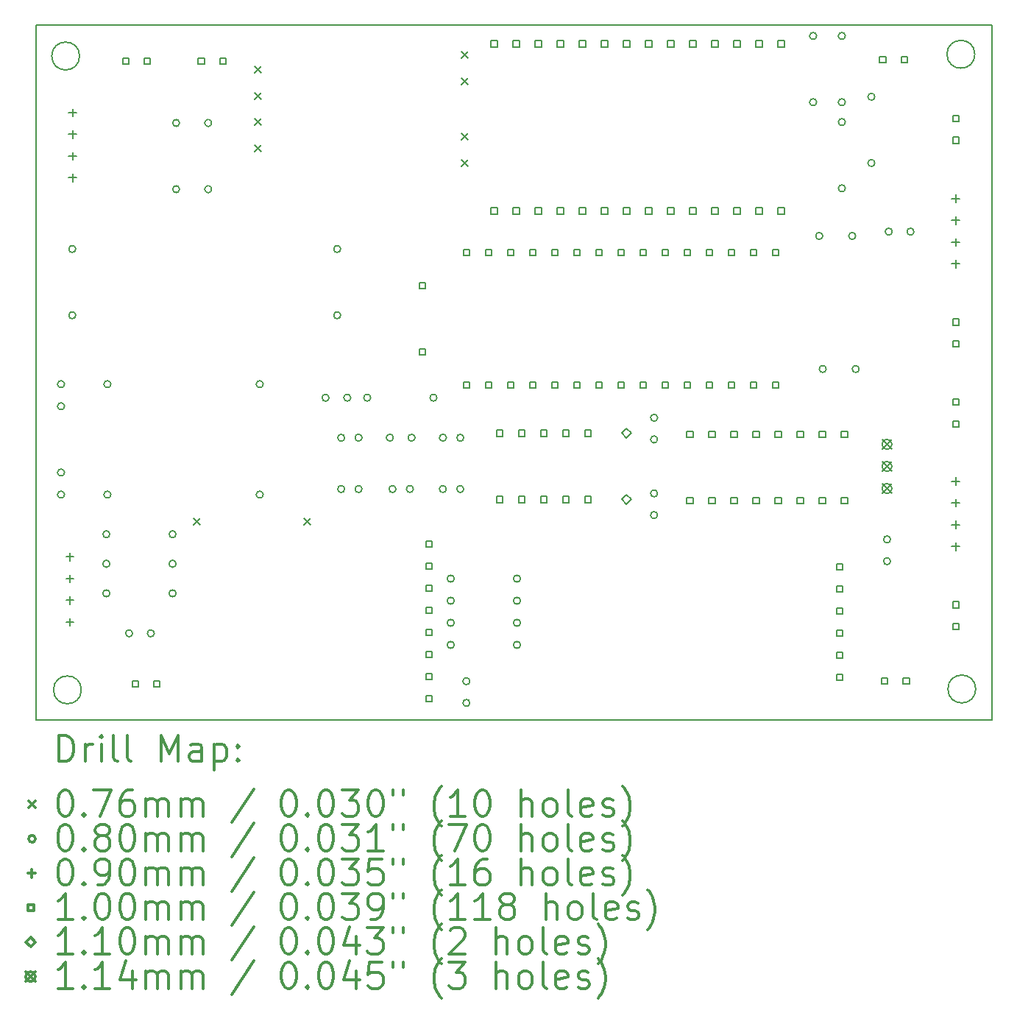
<source format=gbr>
%FSLAX45Y45*%
G04 Gerber Fmt 4.5, Leading zero omitted, Abs format (unit mm)*
G04 Created by KiCad (PCBNEW 4.0.6+dfsg1-1) date Mon Jan 15 11:50:24 2018*
%MOMM*%
%LPD*%
G01*
G04 APERTURE LIST*
%ADD10C,0.127000*%
%ADD11C,0.150000*%
%ADD12C,0.200000*%
%ADD13C,0.300000*%
G04 APERTURE END LIST*
D10*
D11*
X19830000Y-14410000D02*
X8830000Y-14410000D01*
X19830000Y-14410000D02*
X19830000Y-6410000D01*
X8830000Y-6410000D02*
X8830000Y-14410000D01*
X19830000Y-6410000D02*
X8830000Y-6410000D01*
X19640000Y-14050000D02*
G75*
G03X19640000Y-14050000I-160000J0D01*
G01*
X19630000Y-6750000D02*
G75*
G03X19630000Y-6750000I-160000J0D01*
G01*
X9330000Y-6770000D02*
G75*
G03X9330000Y-6770000I-160000J0D01*
G01*
X9350000Y-14060000D02*
G75*
G03X9350000Y-14060000I-160000J0D01*
G01*
D12*
X10644900Y-12088900D02*
X10721100Y-12165100D01*
X10721100Y-12088900D02*
X10644900Y-12165100D01*
X11341900Y-6891900D02*
X11418100Y-6968100D01*
X11418100Y-6891900D02*
X11341900Y-6968100D01*
X11341900Y-7191900D02*
X11418100Y-7268100D01*
X11418100Y-7191900D02*
X11341900Y-7268100D01*
X11341900Y-7491900D02*
X11418100Y-7568100D01*
X11418100Y-7491900D02*
X11341900Y-7568100D01*
X11341900Y-7791900D02*
X11418100Y-7868100D01*
X11418100Y-7791900D02*
X11341900Y-7868100D01*
X11914900Y-12088900D02*
X11991100Y-12165100D01*
X11991100Y-12088900D02*
X11914900Y-12165100D01*
X13721900Y-6721900D02*
X13798100Y-6798100D01*
X13798100Y-6721900D02*
X13721900Y-6798100D01*
X13721900Y-7021900D02*
X13798100Y-7098100D01*
X13798100Y-7021900D02*
X13721900Y-7098100D01*
X13721900Y-7661900D02*
X13798100Y-7738100D01*
X13798100Y-7661900D02*
X13721900Y-7738100D01*
X13721900Y-7961900D02*
X13798100Y-8038100D01*
X13798100Y-7961900D02*
X13721900Y-8038100D01*
X9157000Y-10545000D02*
G75*
G03X9157000Y-10545000I-40000J0D01*
G01*
X9157000Y-10799000D02*
G75*
G03X9157000Y-10799000I-40000J0D01*
G01*
X9157000Y-11561000D02*
G75*
G03X9157000Y-11561000I-40000J0D01*
G01*
X9157000Y-11815000D02*
G75*
G03X9157000Y-11815000I-40000J0D01*
G01*
X9286000Y-8989000D02*
G75*
G03X9286000Y-8989000I-40000J0D01*
G01*
X9286000Y-9751000D02*
G75*
G03X9286000Y-9751000I-40000J0D01*
G01*
X9678000Y-12270000D02*
G75*
G03X9678000Y-12270000I-40000J0D01*
G01*
X9678000Y-12610000D02*
G75*
G03X9678000Y-12610000I-40000J0D01*
G01*
X9678000Y-12950000D02*
G75*
G03X9678000Y-12950000I-40000J0D01*
G01*
X9690400Y-10545000D02*
G75*
G03X9690400Y-10545000I-40000J0D01*
G01*
X9690400Y-11815000D02*
G75*
G03X9690400Y-11815000I-40000J0D01*
G01*
X9940000Y-13410000D02*
G75*
G03X9940000Y-13410000I-40000J0D01*
G01*
X10190000Y-13410000D02*
G75*
G03X10190000Y-13410000I-40000J0D01*
G01*
X10440000Y-12270000D02*
G75*
G03X10440000Y-12270000I-40000J0D01*
G01*
X10440000Y-12610000D02*
G75*
G03X10440000Y-12610000I-40000J0D01*
G01*
X10440000Y-12950000D02*
G75*
G03X10440000Y-12950000I-40000J0D01*
G01*
X10480000Y-7540000D02*
G75*
G03X10480000Y-7540000I-40000J0D01*
G01*
X10480000Y-8302000D02*
G75*
G03X10480000Y-8302000I-40000J0D01*
G01*
X10850000Y-7540000D02*
G75*
G03X10850000Y-7540000I-40000J0D01*
G01*
X10850000Y-8302000D02*
G75*
G03X10850000Y-8302000I-40000J0D01*
G01*
X11443000Y-10545000D02*
G75*
G03X11443000Y-10545000I-40000J0D01*
G01*
X11443000Y-11815000D02*
G75*
G03X11443000Y-11815000I-40000J0D01*
G01*
X12200000Y-10700000D02*
G75*
G03X12200000Y-10700000I-40000J0D01*
G01*
X12334000Y-8989000D02*
G75*
G03X12334000Y-8989000I-40000J0D01*
G01*
X12334000Y-9751000D02*
G75*
G03X12334000Y-9751000I-40000J0D01*
G01*
X12380000Y-11160000D02*
G75*
G03X12380000Y-11160000I-40000J0D01*
G01*
X12380000Y-11750000D02*
G75*
G03X12380000Y-11750000I-40000J0D01*
G01*
X12450000Y-10700000D02*
G75*
G03X12450000Y-10700000I-40000J0D01*
G01*
X12580000Y-11160000D02*
G75*
G03X12580000Y-11160000I-40000J0D01*
G01*
X12580000Y-11750000D02*
G75*
G03X12580000Y-11750000I-40000J0D01*
G01*
X12680000Y-10700000D02*
G75*
G03X12680000Y-10700000I-40000J0D01*
G01*
X12940000Y-11160000D02*
G75*
G03X12940000Y-11160000I-40000J0D01*
G01*
X12970000Y-11750000D02*
G75*
G03X12970000Y-11750000I-40000J0D01*
G01*
X13170000Y-11750000D02*
G75*
G03X13170000Y-11750000I-40000J0D01*
G01*
X13190000Y-11160000D02*
G75*
G03X13190000Y-11160000I-40000J0D01*
G01*
X13442000Y-10700000D02*
G75*
G03X13442000Y-10700000I-40000J0D01*
G01*
X13550000Y-11160000D02*
G75*
G03X13550000Y-11160000I-40000J0D01*
G01*
X13550000Y-11750000D02*
G75*
G03X13550000Y-11750000I-40000J0D01*
G01*
X13640000Y-12780000D02*
G75*
G03X13640000Y-12780000I-40000J0D01*
G01*
X13640000Y-13034000D02*
G75*
G03X13640000Y-13034000I-40000J0D01*
G01*
X13640000Y-13288000D02*
G75*
G03X13640000Y-13288000I-40000J0D01*
G01*
X13640000Y-13542000D02*
G75*
G03X13640000Y-13542000I-40000J0D01*
G01*
X13750000Y-11160000D02*
G75*
G03X13750000Y-11160000I-40000J0D01*
G01*
X13750000Y-11750000D02*
G75*
G03X13750000Y-11750000I-40000J0D01*
G01*
X13820000Y-13960000D02*
G75*
G03X13820000Y-13960000I-40000J0D01*
G01*
X13820000Y-14210000D02*
G75*
G03X13820000Y-14210000I-40000J0D01*
G01*
X14402000Y-12780000D02*
G75*
G03X14402000Y-12780000I-40000J0D01*
G01*
X14402000Y-13034000D02*
G75*
G03X14402000Y-13034000I-40000J0D01*
G01*
X14402000Y-13288000D02*
G75*
G03X14402000Y-13288000I-40000J0D01*
G01*
X14402000Y-13542000D02*
G75*
G03X14402000Y-13542000I-40000J0D01*
G01*
X15980000Y-10930000D02*
G75*
G03X15980000Y-10930000I-40000J0D01*
G01*
X15980000Y-11180000D02*
G75*
G03X15980000Y-11180000I-40000J0D01*
G01*
X15980000Y-11800000D02*
G75*
G03X15980000Y-11800000I-40000J0D01*
G01*
X15980000Y-12050000D02*
G75*
G03X15980000Y-12050000I-40000J0D01*
G01*
X17810000Y-6540000D02*
G75*
G03X17810000Y-6540000I-40000J0D01*
G01*
X17810000Y-7302000D02*
G75*
G03X17810000Y-7302000I-40000J0D01*
G01*
X17880000Y-8840000D02*
G75*
G03X17880000Y-8840000I-40000J0D01*
G01*
X17920000Y-10370000D02*
G75*
G03X17920000Y-10370000I-40000J0D01*
G01*
X18140000Y-6540000D02*
G75*
G03X18140000Y-6540000I-40000J0D01*
G01*
X18140000Y-7302000D02*
G75*
G03X18140000Y-7302000I-40000J0D01*
G01*
X18140000Y-7530000D02*
G75*
G03X18140000Y-7530000I-40000J0D01*
G01*
X18140000Y-8292000D02*
G75*
G03X18140000Y-8292000I-40000J0D01*
G01*
X18260000Y-8840000D02*
G75*
G03X18260000Y-8840000I-40000J0D01*
G01*
X18300000Y-10370000D02*
G75*
G03X18300000Y-10370000I-40000J0D01*
G01*
X18480000Y-7238000D02*
G75*
G03X18480000Y-7238000I-40000J0D01*
G01*
X18480000Y-8000000D02*
G75*
G03X18480000Y-8000000I-40000J0D01*
G01*
X18660000Y-12330000D02*
G75*
G03X18660000Y-12330000I-40000J0D01*
G01*
X18660000Y-12580000D02*
G75*
G03X18660000Y-12580000I-40000J0D01*
G01*
X18680000Y-8790000D02*
G75*
G03X18680000Y-8790000I-40000J0D01*
G01*
X18930000Y-8790000D02*
G75*
G03X18930000Y-8790000I-40000J0D01*
G01*
X9220000Y-12485000D02*
X9220000Y-12575000D01*
X9175000Y-12530000D02*
X9265000Y-12530000D01*
X9220000Y-12735000D02*
X9220000Y-12825000D01*
X9175000Y-12780000D02*
X9265000Y-12780000D01*
X9220000Y-12985000D02*
X9220000Y-13075000D01*
X9175000Y-13030000D02*
X9265000Y-13030000D01*
X9220000Y-13235000D02*
X9220000Y-13325000D01*
X9175000Y-13280000D02*
X9265000Y-13280000D01*
X9250000Y-7375000D02*
X9250000Y-7465000D01*
X9205000Y-7420000D02*
X9295000Y-7420000D01*
X9250000Y-7625000D02*
X9250000Y-7715000D01*
X9205000Y-7670000D02*
X9295000Y-7670000D01*
X9250000Y-7875000D02*
X9250000Y-7965000D01*
X9205000Y-7920000D02*
X9295000Y-7920000D01*
X9250000Y-8125000D02*
X9250000Y-8215000D01*
X9205000Y-8170000D02*
X9295000Y-8170000D01*
X19410000Y-8365000D02*
X19410000Y-8455000D01*
X19365000Y-8410000D02*
X19455000Y-8410000D01*
X19410000Y-8615000D02*
X19410000Y-8705000D01*
X19365000Y-8660000D02*
X19455000Y-8660000D01*
X19410000Y-8865000D02*
X19410000Y-8955000D01*
X19365000Y-8910000D02*
X19455000Y-8910000D01*
X19410000Y-9115000D02*
X19410000Y-9205000D01*
X19365000Y-9160000D02*
X19455000Y-9160000D01*
X19410000Y-11615000D02*
X19410000Y-11705000D01*
X19365000Y-11660000D02*
X19455000Y-11660000D01*
X19410000Y-11865000D02*
X19410000Y-11955000D01*
X19365000Y-11910000D02*
X19455000Y-11910000D01*
X19410000Y-12115000D02*
X19410000Y-12205000D01*
X19365000Y-12160000D02*
X19455000Y-12160000D01*
X19410000Y-12365000D02*
X19410000Y-12455000D01*
X19365000Y-12410000D02*
X19455000Y-12410000D01*
X9895356Y-6865356D02*
X9895356Y-6794644D01*
X9824644Y-6794644D01*
X9824644Y-6865356D01*
X9895356Y-6865356D01*
X10005356Y-14025356D02*
X10005356Y-13954644D01*
X9934644Y-13954644D01*
X9934644Y-14025356D01*
X10005356Y-14025356D01*
X10145356Y-6865356D02*
X10145356Y-6794644D01*
X10074644Y-6794644D01*
X10074644Y-6865356D01*
X10145356Y-6865356D01*
X10255356Y-14025356D02*
X10255356Y-13954644D01*
X10184644Y-13954644D01*
X10184644Y-14025356D01*
X10255356Y-14025356D01*
X10765356Y-6865356D02*
X10765356Y-6794644D01*
X10694644Y-6794644D01*
X10694644Y-6865356D01*
X10765356Y-6865356D01*
X11015356Y-6865356D02*
X11015356Y-6794644D01*
X10944644Y-6794644D01*
X10944644Y-6865356D01*
X11015356Y-6865356D01*
X13309356Y-9444356D02*
X13309356Y-9373644D01*
X13238644Y-9373644D01*
X13238644Y-9444356D01*
X13309356Y-9444356D01*
X13309356Y-10206356D02*
X13309356Y-10135644D01*
X13238644Y-10135644D01*
X13238644Y-10206356D01*
X13309356Y-10206356D01*
X13385356Y-12416356D02*
X13385356Y-12345644D01*
X13314644Y-12345644D01*
X13314644Y-12416356D01*
X13385356Y-12416356D01*
X13385356Y-12670356D02*
X13385356Y-12599644D01*
X13314644Y-12599644D01*
X13314644Y-12670356D01*
X13385356Y-12670356D01*
X13385356Y-12924356D02*
X13385356Y-12853644D01*
X13314644Y-12853644D01*
X13314644Y-12924356D01*
X13385356Y-12924356D01*
X13385356Y-13178356D02*
X13385356Y-13107644D01*
X13314644Y-13107644D01*
X13314644Y-13178356D01*
X13385356Y-13178356D01*
X13385356Y-13432356D02*
X13385356Y-13361644D01*
X13314644Y-13361644D01*
X13314644Y-13432356D01*
X13385356Y-13432356D01*
X13385356Y-13686356D02*
X13385356Y-13615644D01*
X13314644Y-13615644D01*
X13314644Y-13686356D01*
X13385356Y-13686356D01*
X13385356Y-13940356D02*
X13385356Y-13869644D01*
X13314644Y-13869644D01*
X13314644Y-13940356D01*
X13385356Y-13940356D01*
X13385356Y-14194356D02*
X13385356Y-14123644D01*
X13314644Y-14123644D01*
X13314644Y-14194356D01*
X13385356Y-14194356D01*
X13817356Y-9063356D02*
X13817356Y-8992644D01*
X13746644Y-8992644D01*
X13746644Y-9063356D01*
X13817356Y-9063356D01*
X13817356Y-10587356D02*
X13817356Y-10516644D01*
X13746644Y-10516644D01*
X13746644Y-10587356D01*
X13817356Y-10587356D01*
X14071356Y-9063356D02*
X14071356Y-8992644D01*
X14000644Y-8992644D01*
X14000644Y-9063356D01*
X14071356Y-9063356D01*
X14071356Y-10587356D02*
X14071356Y-10516644D01*
X14000644Y-10516644D01*
X14000644Y-10587356D01*
X14071356Y-10587356D01*
X14134356Y-6665206D02*
X14134356Y-6594494D01*
X14063644Y-6594494D01*
X14063644Y-6665206D01*
X14134356Y-6665206D01*
X14134356Y-8585506D02*
X14134356Y-8514794D01*
X14063644Y-8514794D01*
X14063644Y-8585506D01*
X14134356Y-8585506D01*
X14197356Y-11144356D02*
X14197356Y-11073644D01*
X14126644Y-11073644D01*
X14126644Y-11144356D01*
X14197356Y-11144356D01*
X14197356Y-11906356D02*
X14197356Y-11835644D01*
X14126644Y-11835644D01*
X14126644Y-11906356D01*
X14197356Y-11906356D01*
X14325356Y-9063356D02*
X14325356Y-8992644D01*
X14254644Y-8992644D01*
X14254644Y-9063356D01*
X14325356Y-9063356D01*
X14325356Y-10587356D02*
X14325356Y-10516644D01*
X14254644Y-10516644D01*
X14254644Y-10587356D01*
X14325356Y-10587356D01*
X14388356Y-6665206D02*
X14388356Y-6594494D01*
X14317644Y-6594494D01*
X14317644Y-6665206D01*
X14388356Y-6665206D01*
X14388356Y-8585506D02*
X14388356Y-8514794D01*
X14317644Y-8514794D01*
X14317644Y-8585506D01*
X14388356Y-8585506D01*
X14451356Y-11144356D02*
X14451356Y-11073644D01*
X14380644Y-11073644D01*
X14380644Y-11144356D01*
X14451356Y-11144356D01*
X14451356Y-11906356D02*
X14451356Y-11835644D01*
X14380644Y-11835644D01*
X14380644Y-11906356D01*
X14451356Y-11906356D01*
X14579356Y-9063356D02*
X14579356Y-8992644D01*
X14508644Y-8992644D01*
X14508644Y-9063356D01*
X14579356Y-9063356D01*
X14579356Y-10587356D02*
X14579356Y-10516644D01*
X14508644Y-10516644D01*
X14508644Y-10587356D01*
X14579356Y-10587356D01*
X14642356Y-6665206D02*
X14642356Y-6594494D01*
X14571644Y-6594494D01*
X14571644Y-6665206D01*
X14642356Y-6665206D01*
X14642356Y-8585506D02*
X14642356Y-8514794D01*
X14571644Y-8514794D01*
X14571644Y-8585506D01*
X14642356Y-8585506D01*
X14705356Y-11144356D02*
X14705356Y-11073644D01*
X14634644Y-11073644D01*
X14634644Y-11144356D01*
X14705356Y-11144356D01*
X14705356Y-11906356D02*
X14705356Y-11835644D01*
X14634644Y-11835644D01*
X14634644Y-11906356D01*
X14705356Y-11906356D01*
X14833356Y-9063356D02*
X14833356Y-8992644D01*
X14762644Y-8992644D01*
X14762644Y-9063356D01*
X14833356Y-9063356D01*
X14833356Y-10587356D02*
X14833356Y-10516644D01*
X14762644Y-10516644D01*
X14762644Y-10587356D01*
X14833356Y-10587356D01*
X14896356Y-6665206D02*
X14896356Y-6594494D01*
X14825644Y-6594494D01*
X14825644Y-6665206D01*
X14896356Y-6665206D01*
X14896356Y-8585506D02*
X14896356Y-8514794D01*
X14825644Y-8514794D01*
X14825644Y-8585506D01*
X14896356Y-8585506D01*
X14959356Y-11144356D02*
X14959356Y-11073644D01*
X14888644Y-11073644D01*
X14888644Y-11144356D01*
X14959356Y-11144356D01*
X14959356Y-11906356D02*
X14959356Y-11835644D01*
X14888644Y-11835644D01*
X14888644Y-11906356D01*
X14959356Y-11906356D01*
X15087356Y-9063356D02*
X15087356Y-8992644D01*
X15016644Y-8992644D01*
X15016644Y-9063356D01*
X15087356Y-9063356D01*
X15087356Y-10587356D02*
X15087356Y-10516644D01*
X15016644Y-10516644D01*
X15016644Y-10587356D01*
X15087356Y-10587356D01*
X15150356Y-6665206D02*
X15150356Y-6594494D01*
X15079644Y-6594494D01*
X15079644Y-6665206D01*
X15150356Y-6665206D01*
X15150356Y-8585506D02*
X15150356Y-8514794D01*
X15079644Y-8514794D01*
X15079644Y-8585506D01*
X15150356Y-8585506D01*
X15213356Y-11144356D02*
X15213356Y-11073644D01*
X15142644Y-11073644D01*
X15142644Y-11144356D01*
X15213356Y-11144356D01*
X15213356Y-11906356D02*
X15213356Y-11835644D01*
X15142644Y-11835644D01*
X15142644Y-11906356D01*
X15213356Y-11906356D01*
X15341356Y-9063356D02*
X15341356Y-8992644D01*
X15270644Y-8992644D01*
X15270644Y-9063356D01*
X15341356Y-9063356D01*
X15341356Y-10587356D02*
X15341356Y-10516644D01*
X15270644Y-10516644D01*
X15270644Y-10587356D01*
X15341356Y-10587356D01*
X15404356Y-6665206D02*
X15404356Y-6594494D01*
X15333644Y-6594494D01*
X15333644Y-6665206D01*
X15404356Y-6665206D01*
X15404356Y-8585506D02*
X15404356Y-8514794D01*
X15333644Y-8514794D01*
X15333644Y-8585506D01*
X15404356Y-8585506D01*
X15595356Y-9063356D02*
X15595356Y-8992644D01*
X15524644Y-8992644D01*
X15524644Y-9063356D01*
X15595356Y-9063356D01*
X15595356Y-10587356D02*
X15595356Y-10516644D01*
X15524644Y-10516644D01*
X15524644Y-10587356D01*
X15595356Y-10587356D01*
X15658356Y-6665206D02*
X15658356Y-6594494D01*
X15587644Y-6594494D01*
X15587644Y-6665206D01*
X15658356Y-6665206D01*
X15658356Y-8585506D02*
X15658356Y-8514794D01*
X15587644Y-8514794D01*
X15587644Y-8585506D01*
X15658356Y-8585506D01*
X15849356Y-9063356D02*
X15849356Y-8992644D01*
X15778644Y-8992644D01*
X15778644Y-9063356D01*
X15849356Y-9063356D01*
X15849356Y-10587356D02*
X15849356Y-10516644D01*
X15778644Y-10516644D01*
X15778644Y-10587356D01*
X15849356Y-10587356D01*
X15912356Y-6665206D02*
X15912356Y-6594494D01*
X15841644Y-6594494D01*
X15841644Y-6665206D01*
X15912356Y-6665206D01*
X15912356Y-8585506D02*
X15912356Y-8514794D01*
X15841644Y-8514794D01*
X15841644Y-8585506D01*
X15912356Y-8585506D01*
X16103356Y-9063356D02*
X16103356Y-8992644D01*
X16032644Y-8992644D01*
X16032644Y-9063356D01*
X16103356Y-9063356D01*
X16103356Y-10587356D02*
X16103356Y-10516644D01*
X16032644Y-10516644D01*
X16032644Y-10587356D01*
X16103356Y-10587356D01*
X16166356Y-6665206D02*
X16166356Y-6594494D01*
X16095644Y-6594494D01*
X16095644Y-6665206D01*
X16166356Y-6665206D01*
X16166356Y-8585506D02*
X16166356Y-8514794D01*
X16095644Y-8514794D01*
X16095644Y-8585506D01*
X16166356Y-8585506D01*
X16357356Y-9063356D02*
X16357356Y-8992644D01*
X16286644Y-8992644D01*
X16286644Y-9063356D01*
X16357356Y-9063356D01*
X16357356Y-10587356D02*
X16357356Y-10516644D01*
X16286644Y-10516644D01*
X16286644Y-10587356D01*
X16357356Y-10587356D01*
X16386356Y-11154356D02*
X16386356Y-11083644D01*
X16315644Y-11083644D01*
X16315644Y-11154356D01*
X16386356Y-11154356D01*
X16386356Y-11916356D02*
X16386356Y-11845644D01*
X16315644Y-11845644D01*
X16315644Y-11916356D01*
X16386356Y-11916356D01*
X16420356Y-6665206D02*
X16420356Y-6594494D01*
X16349644Y-6594494D01*
X16349644Y-6665206D01*
X16420356Y-6665206D01*
X16420356Y-8585506D02*
X16420356Y-8514794D01*
X16349644Y-8514794D01*
X16349644Y-8585506D01*
X16420356Y-8585506D01*
X16611356Y-9063356D02*
X16611356Y-8992644D01*
X16540644Y-8992644D01*
X16540644Y-9063356D01*
X16611356Y-9063356D01*
X16611356Y-10587356D02*
X16611356Y-10516644D01*
X16540644Y-10516644D01*
X16540644Y-10587356D01*
X16611356Y-10587356D01*
X16640356Y-11154356D02*
X16640356Y-11083644D01*
X16569644Y-11083644D01*
X16569644Y-11154356D01*
X16640356Y-11154356D01*
X16640356Y-11916356D02*
X16640356Y-11845644D01*
X16569644Y-11845644D01*
X16569644Y-11916356D01*
X16640356Y-11916356D01*
X16674356Y-6665206D02*
X16674356Y-6594494D01*
X16603644Y-6594494D01*
X16603644Y-6665206D01*
X16674356Y-6665206D01*
X16674356Y-8585506D02*
X16674356Y-8514794D01*
X16603644Y-8514794D01*
X16603644Y-8585506D01*
X16674356Y-8585506D01*
X16865356Y-9063356D02*
X16865356Y-8992644D01*
X16794644Y-8992644D01*
X16794644Y-9063356D01*
X16865356Y-9063356D01*
X16865356Y-10587356D02*
X16865356Y-10516644D01*
X16794644Y-10516644D01*
X16794644Y-10587356D01*
X16865356Y-10587356D01*
X16894356Y-11154356D02*
X16894356Y-11083644D01*
X16823644Y-11083644D01*
X16823644Y-11154356D01*
X16894356Y-11154356D01*
X16894356Y-11916356D02*
X16894356Y-11845644D01*
X16823644Y-11845644D01*
X16823644Y-11916356D01*
X16894356Y-11916356D01*
X16928356Y-6665206D02*
X16928356Y-6594494D01*
X16857644Y-6594494D01*
X16857644Y-6665206D01*
X16928356Y-6665206D01*
X16928356Y-8585506D02*
X16928356Y-8514794D01*
X16857644Y-8514794D01*
X16857644Y-8585506D01*
X16928356Y-8585506D01*
X17119356Y-9063356D02*
X17119356Y-8992644D01*
X17048644Y-8992644D01*
X17048644Y-9063356D01*
X17119356Y-9063356D01*
X17119356Y-10587356D02*
X17119356Y-10516644D01*
X17048644Y-10516644D01*
X17048644Y-10587356D01*
X17119356Y-10587356D01*
X17148356Y-11154356D02*
X17148356Y-11083644D01*
X17077644Y-11083644D01*
X17077644Y-11154356D01*
X17148356Y-11154356D01*
X17148356Y-11916356D02*
X17148356Y-11845644D01*
X17077644Y-11845644D01*
X17077644Y-11916356D01*
X17148356Y-11916356D01*
X17182356Y-6665206D02*
X17182356Y-6594494D01*
X17111644Y-6594494D01*
X17111644Y-6665206D01*
X17182356Y-6665206D01*
X17182356Y-8585506D02*
X17182356Y-8514794D01*
X17111644Y-8514794D01*
X17111644Y-8585506D01*
X17182356Y-8585506D01*
X17373356Y-9063356D02*
X17373356Y-8992644D01*
X17302644Y-8992644D01*
X17302644Y-9063356D01*
X17373356Y-9063356D01*
X17373356Y-10587356D02*
X17373356Y-10516644D01*
X17302644Y-10516644D01*
X17302644Y-10587356D01*
X17373356Y-10587356D01*
X17402356Y-11154356D02*
X17402356Y-11083644D01*
X17331644Y-11083644D01*
X17331644Y-11154356D01*
X17402356Y-11154356D01*
X17402356Y-11916356D02*
X17402356Y-11845644D01*
X17331644Y-11845644D01*
X17331644Y-11916356D01*
X17402356Y-11916356D01*
X17436356Y-6665206D02*
X17436356Y-6594494D01*
X17365644Y-6594494D01*
X17365644Y-6665206D01*
X17436356Y-6665206D01*
X17436356Y-8585506D02*
X17436356Y-8514794D01*
X17365644Y-8514794D01*
X17365644Y-8585506D01*
X17436356Y-8585506D01*
X17656356Y-11154356D02*
X17656356Y-11083644D01*
X17585644Y-11083644D01*
X17585644Y-11154356D01*
X17656356Y-11154356D01*
X17656356Y-11916356D02*
X17656356Y-11845644D01*
X17585644Y-11845644D01*
X17585644Y-11916356D01*
X17656356Y-11916356D01*
X17910356Y-11154356D02*
X17910356Y-11083644D01*
X17839644Y-11083644D01*
X17839644Y-11154356D01*
X17910356Y-11154356D01*
X17910356Y-11916356D02*
X17910356Y-11845644D01*
X17839644Y-11845644D01*
X17839644Y-11916356D01*
X17910356Y-11916356D01*
X18108756Y-12680356D02*
X18108756Y-12609644D01*
X18038044Y-12609644D01*
X18038044Y-12680356D01*
X18108756Y-12680356D01*
X18108756Y-12934356D02*
X18108756Y-12863644D01*
X18038044Y-12863644D01*
X18038044Y-12934356D01*
X18108756Y-12934356D01*
X18108756Y-13188356D02*
X18108756Y-13117644D01*
X18038044Y-13117644D01*
X18038044Y-13188356D01*
X18108756Y-13188356D01*
X18108756Y-13442356D02*
X18108756Y-13371644D01*
X18038044Y-13371644D01*
X18038044Y-13442356D01*
X18108756Y-13442356D01*
X18108756Y-13696356D02*
X18108756Y-13625644D01*
X18038044Y-13625644D01*
X18038044Y-13696356D01*
X18108756Y-13696356D01*
X18108756Y-13950356D02*
X18108756Y-13879644D01*
X18038044Y-13879644D01*
X18038044Y-13950356D01*
X18108756Y-13950356D01*
X18164356Y-11154356D02*
X18164356Y-11083644D01*
X18093644Y-11083644D01*
X18093644Y-11154356D01*
X18164356Y-11154356D01*
X18164356Y-11916356D02*
X18164356Y-11845644D01*
X18093644Y-11845644D01*
X18093644Y-11916356D01*
X18164356Y-11916356D01*
X18605356Y-6845356D02*
X18605356Y-6774644D01*
X18534644Y-6774644D01*
X18534644Y-6845356D01*
X18605356Y-6845356D01*
X18625356Y-13995356D02*
X18625356Y-13924644D01*
X18554644Y-13924644D01*
X18554644Y-13995356D01*
X18625356Y-13995356D01*
X18855356Y-6845356D02*
X18855356Y-6774644D01*
X18784644Y-6774644D01*
X18784644Y-6845356D01*
X18855356Y-6845356D01*
X18875356Y-13995356D02*
X18875356Y-13924644D01*
X18804644Y-13924644D01*
X18804644Y-13995356D01*
X18875356Y-13995356D01*
X19445356Y-7525356D02*
X19445356Y-7454644D01*
X19374644Y-7454644D01*
X19374644Y-7525356D01*
X19445356Y-7525356D01*
X19445356Y-7775356D02*
X19445356Y-7704644D01*
X19374644Y-7704644D01*
X19374644Y-7775356D01*
X19445356Y-7775356D01*
X19445356Y-9865356D02*
X19445356Y-9794644D01*
X19374644Y-9794644D01*
X19374644Y-9865356D01*
X19445356Y-9865356D01*
X19445356Y-10115356D02*
X19445356Y-10044644D01*
X19374644Y-10044644D01*
X19374644Y-10115356D01*
X19445356Y-10115356D01*
X19445356Y-10785356D02*
X19445356Y-10714644D01*
X19374644Y-10714644D01*
X19374644Y-10785356D01*
X19445356Y-10785356D01*
X19445356Y-11035356D02*
X19445356Y-10964644D01*
X19374644Y-10964644D01*
X19374644Y-11035356D01*
X19445356Y-11035356D01*
X19445356Y-13115356D02*
X19445356Y-13044644D01*
X19374644Y-13044644D01*
X19374644Y-13115356D01*
X19445356Y-13115356D01*
X19445356Y-13365356D02*
X19445356Y-13294644D01*
X19374644Y-13294644D01*
X19374644Y-13365356D01*
X19445356Y-13365356D01*
X15620000Y-11163000D02*
X15675000Y-11108000D01*
X15620000Y-11053000D01*
X15565000Y-11108000D01*
X15620000Y-11163000D01*
X15620000Y-11925000D02*
X15675000Y-11870000D01*
X15620000Y-11815000D01*
X15565000Y-11870000D01*
X15620000Y-11925000D01*
X18562850Y-11178850D02*
X18677150Y-11293150D01*
X18677150Y-11178850D02*
X18562850Y-11293150D01*
X18677150Y-11236000D02*
G75*
G03X18677150Y-11236000I-57150J0D01*
G01*
X18562850Y-11432850D02*
X18677150Y-11547150D01*
X18677150Y-11432850D02*
X18562850Y-11547150D01*
X18677150Y-11490000D02*
G75*
G03X18677150Y-11490000I-57150J0D01*
G01*
X18562850Y-11686850D02*
X18677150Y-11801150D01*
X18677150Y-11686850D02*
X18562850Y-11801150D01*
X18677150Y-11744000D02*
G75*
G03X18677150Y-11744000I-57150J0D01*
G01*
D13*
X9093929Y-14883214D02*
X9093929Y-14583214D01*
X9165357Y-14583214D01*
X9208214Y-14597500D01*
X9236786Y-14626071D01*
X9251071Y-14654643D01*
X9265357Y-14711786D01*
X9265357Y-14754643D01*
X9251071Y-14811786D01*
X9236786Y-14840357D01*
X9208214Y-14868929D01*
X9165357Y-14883214D01*
X9093929Y-14883214D01*
X9393929Y-14883214D02*
X9393929Y-14683214D01*
X9393929Y-14740357D02*
X9408214Y-14711786D01*
X9422500Y-14697500D01*
X9451071Y-14683214D01*
X9479643Y-14683214D01*
X9579643Y-14883214D02*
X9579643Y-14683214D01*
X9579643Y-14583214D02*
X9565357Y-14597500D01*
X9579643Y-14611786D01*
X9593929Y-14597500D01*
X9579643Y-14583214D01*
X9579643Y-14611786D01*
X9765357Y-14883214D02*
X9736786Y-14868929D01*
X9722500Y-14840357D01*
X9722500Y-14583214D01*
X9922500Y-14883214D02*
X9893929Y-14868929D01*
X9879643Y-14840357D01*
X9879643Y-14583214D01*
X10265357Y-14883214D02*
X10265357Y-14583214D01*
X10365357Y-14797500D01*
X10465357Y-14583214D01*
X10465357Y-14883214D01*
X10736786Y-14883214D02*
X10736786Y-14726071D01*
X10722500Y-14697500D01*
X10693929Y-14683214D01*
X10636786Y-14683214D01*
X10608214Y-14697500D01*
X10736786Y-14868929D02*
X10708214Y-14883214D01*
X10636786Y-14883214D01*
X10608214Y-14868929D01*
X10593929Y-14840357D01*
X10593929Y-14811786D01*
X10608214Y-14783214D01*
X10636786Y-14768929D01*
X10708214Y-14768929D01*
X10736786Y-14754643D01*
X10879643Y-14683214D02*
X10879643Y-14983214D01*
X10879643Y-14697500D02*
X10908214Y-14683214D01*
X10965357Y-14683214D01*
X10993929Y-14697500D01*
X11008214Y-14711786D01*
X11022500Y-14740357D01*
X11022500Y-14826071D01*
X11008214Y-14854643D01*
X10993929Y-14868929D01*
X10965357Y-14883214D01*
X10908214Y-14883214D01*
X10879643Y-14868929D01*
X11151071Y-14854643D02*
X11165357Y-14868929D01*
X11151071Y-14883214D01*
X11136786Y-14868929D01*
X11151071Y-14854643D01*
X11151071Y-14883214D01*
X11151071Y-14697500D02*
X11165357Y-14711786D01*
X11151071Y-14726071D01*
X11136786Y-14711786D01*
X11151071Y-14697500D01*
X11151071Y-14726071D01*
X8746300Y-15339400D02*
X8822500Y-15415600D01*
X8822500Y-15339400D02*
X8746300Y-15415600D01*
X9151071Y-15213214D02*
X9179643Y-15213214D01*
X9208214Y-15227500D01*
X9222500Y-15241786D01*
X9236786Y-15270357D01*
X9251071Y-15327500D01*
X9251071Y-15398929D01*
X9236786Y-15456071D01*
X9222500Y-15484643D01*
X9208214Y-15498929D01*
X9179643Y-15513214D01*
X9151071Y-15513214D01*
X9122500Y-15498929D01*
X9108214Y-15484643D01*
X9093929Y-15456071D01*
X9079643Y-15398929D01*
X9079643Y-15327500D01*
X9093929Y-15270357D01*
X9108214Y-15241786D01*
X9122500Y-15227500D01*
X9151071Y-15213214D01*
X9379643Y-15484643D02*
X9393929Y-15498929D01*
X9379643Y-15513214D01*
X9365357Y-15498929D01*
X9379643Y-15484643D01*
X9379643Y-15513214D01*
X9493928Y-15213214D02*
X9693928Y-15213214D01*
X9565357Y-15513214D01*
X9936786Y-15213214D02*
X9879643Y-15213214D01*
X9851071Y-15227500D01*
X9836786Y-15241786D01*
X9808214Y-15284643D01*
X9793929Y-15341786D01*
X9793929Y-15456071D01*
X9808214Y-15484643D01*
X9822500Y-15498929D01*
X9851071Y-15513214D01*
X9908214Y-15513214D01*
X9936786Y-15498929D01*
X9951071Y-15484643D01*
X9965357Y-15456071D01*
X9965357Y-15384643D01*
X9951071Y-15356071D01*
X9936786Y-15341786D01*
X9908214Y-15327500D01*
X9851071Y-15327500D01*
X9822500Y-15341786D01*
X9808214Y-15356071D01*
X9793929Y-15384643D01*
X10093929Y-15513214D02*
X10093929Y-15313214D01*
X10093929Y-15341786D02*
X10108214Y-15327500D01*
X10136786Y-15313214D01*
X10179643Y-15313214D01*
X10208214Y-15327500D01*
X10222500Y-15356071D01*
X10222500Y-15513214D01*
X10222500Y-15356071D02*
X10236786Y-15327500D01*
X10265357Y-15313214D01*
X10308214Y-15313214D01*
X10336786Y-15327500D01*
X10351071Y-15356071D01*
X10351071Y-15513214D01*
X10493929Y-15513214D02*
X10493929Y-15313214D01*
X10493929Y-15341786D02*
X10508214Y-15327500D01*
X10536786Y-15313214D01*
X10579643Y-15313214D01*
X10608214Y-15327500D01*
X10622500Y-15356071D01*
X10622500Y-15513214D01*
X10622500Y-15356071D02*
X10636786Y-15327500D01*
X10665357Y-15313214D01*
X10708214Y-15313214D01*
X10736786Y-15327500D01*
X10751071Y-15356071D01*
X10751071Y-15513214D01*
X11336786Y-15198929D02*
X11079643Y-15584643D01*
X11722500Y-15213214D02*
X11751071Y-15213214D01*
X11779643Y-15227500D01*
X11793928Y-15241786D01*
X11808214Y-15270357D01*
X11822500Y-15327500D01*
X11822500Y-15398929D01*
X11808214Y-15456071D01*
X11793928Y-15484643D01*
X11779643Y-15498929D01*
X11751071Y-15513214D01*
X11722500Y-15513214D01*
X11693928Y-15498929D01*
X11679643Y-15484643D01*
X11665357Y-15456071D01*
X11651071Y-15398929D01*
X11651071Y-15327500D01*
X11665357Y-15270357D01*
X11679643Y-15241786D01*
X11693928Y-15227500D01*
X11722500Y-15213214D01*
X11951071Y-15484643D02*
X11965357Y-15498929D01*
X11951071Y-15513214D01*
X11936786Y-15498929D01*
X11951071Y-15484643D01*
X11951071Y-15513214D01*
X12151071Y-15213214D02*
X12179643Y-15213214D01*
X12208214Y-15227500D01*
X12222500Y-15241786D01*
X12236785Y-15270357D01*
X12251071Y-15327500D01*
X12251071Y-15398929D01*
X12236785Y-15456071D01*
X12222500Y-15484643D01*
X12208214Y-15498929D01*
X12179643Y-15513214D01*
X12151071Y-15513214D01*
X12122500Y-15498929D01*
X12108214Y-15484643D01*
X12093928Y-15456071D01*
X12079643Y-15398929D01*
X12079643Y-15327500D01*
X12093928Y-15270357D01*
X12108214Y-15241786D01*
X12122500Y-15227500D01*
X12151071Y-15213214D01*
X12351071Y-15213214D02*
X12536785Y-15213214D01*
X12436785Y-15327500D01*
X12479643Y-15327500D01*
X12508214Y-15341786D01*
X12522500Y-15356071D01*
X12536785Y-15384643D01*
X12536785Y-15456071D01*
X12522500Y-15484643D01*
X12508214Y-15498929D01*
X12479643Y-15513214D01*
X12393928Y-15513214D01*
X12365357Y-15498929D01*
X12351071Y-15484643D01*
X12722500Y-15213214D02*
X12751071Y-15213214D01*
X12779643Y-15227500D01*
X12793928Y-15241786D01*
X12808214Y-15270357D01*
X12822500Y-15327500D01*
X12822500Y-15398929D01*
X12808214Y-15456071D01*
X12793928Y-15484643D01*
X12779643Y-15498929D01*
X12751071Y-15513214D01*
X12722500Y-15513214D01*
X12693928Y-15498929D01*
X12679643Y-15484643D01*
X12665357Y-15456071D01*
X12651071Y-15398929D01*
X12651071Y-15327500D01*
X12665357Y-15270357D01*
X12679643Y-15241786D01*
X12693928Y-15227500D01*
X12722500Y-15213214D01*
X12936786Y-15213214D02*
X12936786Y-15270357D01*
X13051071Y-15213214D02*
X13051071Y-15270357D01*
X13493928Y-15627500D02*
X13479643Y-15613214D01*
X13451071Y-15570357D01*
X13436785Y-15541786D01*
X13422500Y-15498929D01*
X13408214Y-15427500D01*
X13408214Y-15370357D01*
X13422500Y-15298929D01*
X13436785Y-15256071D01*
X13451071Y-15227500D01*
X13479643Y-15184643D01*
X13493928Y-15170357D01*
X13765357Y-15513214D02*
X13593928Y-15513214D01*
X13679643Y-15513214D02*
X13679643Y-15213214D01*
X13651071Y-15256071D01*
X13622500Y-15284643D01*
X13593928Y-15298929D01*
X13951071Y-15213214D02*
X13979643Y-15213214D01*
X14008214Y-15227500D01*
X14022500Y-15241786D01*
X14036785Y-15270357D01*
X14051071Y-15327500D01*
X14051071Y-15398929D01*
X14036785Y-15456071D01*
X14022500Y-15484643D01*
X14008214Y-15498929D01*
X13979643Y-15513214D01*
X13951071Y-15513214D01*
X13922500Y-15498929D01*
X13908214Y-15484643D01*
X13893928Y-15456071D01*
X13879643Y-15398929D01*
X13879643Y-15327500D01*
X13893928Y-15270357D01*
X13908214Y-15241786D01*
X13922500Y-15227500D01*
X13951071Y-15213214D01*
X14408214Y-15513214D02*
X14408214Y-15213214D01*
X14536785Y-15513214D02*
X14536785Y-15356071D01*
X14522500Y-15327500D01*
X14493928Y-15313214D01*
X14451071Y-15313214D01*
X14422500Y-15327500D01*
X14408214Y-15341786D01*
X14722500Y-15513214D02*
X14693928Y-15498929D01*
X14679643Y-15484643D01*
X14665357Y-15456071D01*
X14665357Y-15370357D01*
X14679643Y-15341786D01*
X14693928Y-15327500D01*
X14722500Y-15313214D01*
X14765357Y-15313214D01*
X14793928Y-15327500D01*
X14808214Y-15341786D01*
X14822500Y-15370357D01*
X14822500Y-15456071D01*
X14808214Y-15484643D01*
X14793928Y-15498929D01*
X14765357Y-15513214D01*
X14722500Y-15513214D01*
X14993928Y-15513214D02*
X14965357Y-15498929D01*
X14951071Y-15470357D01*
X14951071Y-15213214D01*
X15222500Y-15498929D02*
X15193928Y-15513214D01*
X15136786Y-15513214D01*
X15108214Y-15498929D01*
X15093928Y-15470357D01*
X15093928Y-15356071D01*
X15108214Y-15327500D01*
X15136786Y-15313214D01*
X15193928Y-15313214D01*
X15222500Y-15327500D01*
X15236786Y-15356071D01*
X15236786Y-15384643D01*
X15093928Y-15413214D01*
X15351071Y-15498929D02*
X15379643Y-15513214D01*
X15436786Y-15513214D01*
X15465357Y-15498929D01*
X15479643Y-15470357D01*
X15479643Y-15456071D01*
X15465357Y-15427500D01*
X15436786Y-15413214D01*
X15393928Y-15413214D01*
X15365357Y-15398929D01*
X15351071Y-15370357D01*
X15351071Y-15356071D01*
X15365357Y-15327500D01*
X15393928Y-15313214D01*
X15436786Y-15313214D01*
X15465357Y-15327500D01*
X15579643Y-15627500D02*
X15593928Y-15613214D01*
X15622500Y-15570357D01*
X15636786Y-15541786D01*
X15651071Y-15498929D01*
X15665357Y-15427500D01*
X15665357Y-15370357D01*
X15651071Y-15298929D01*
X15636786Y-15256071D01*
X15622500Y-15227500D01*
X15593928Y-15184643D01*
X15579643Y-15170357D01*
X8822500Y-15773500D02*
G75*
G03X8822500Y-15773500I-40000J0D01*
G01*
X9151071Y-15609214D02*
X9179643Y-15609214D01*
X9208214Y-15623500D01*
X9222500Y-15637786D01*
X9236786Y-15666357D01*
X9251071Y-15723500D01*
X9251071Y-15794929D01*
X9236786Y-15852071D01*
X9222500Y-15880643D01*
X9208214Y-15894929D01*
X9179643Y-15909214D01*
X9151071Y-15909214D01*
X9122500Y-15894929D01*
X9108214Y-15880643D01*
X9093929Y-15852071D01*
X9079643Y-15794929D01*
X9079643Y-15723500D01*
X9093929Y-15666357D01*
X9108214Y-15637786D01*
X9122500Y-15623500D01*
X9151071Y-15609214D01*
X9379643Y-15880643D02*
X9393929Y-15894929D01*
X9379643Y-15909214D01*
X9365357Y-15894929D01*
X9379643Y-15880643D01*
X9379643Y-15909214D01*
X9565357Y-15737786D02*
X9536786Y-15723500D01*
X9522500Y-15709214D01*
X9508214Y-15680643D01*
X9508214Y-15666357D01*
X9522500Y-15637786D01*
X9536786Y-15623500D01*
X9565357Y-15609214D01*
X9622500Y-15609214D01*
X9651071Y-15623500D01*
X9665357Y-15637786D01*
X9679643Y-15666357D01*
X9679643Y-15680643D01*
X9665357Y-15709214D01*
X9651071Y-15723500D01*
X9622500Y-15737786D01*
X9565357Y-15737786D01*
X9536786Y-15752071D01*
X9522500Y-15766357D01*
X9508214Y-15794929D01*
X9508214Y-15852071D01*
X9522500Y-15880643D01*
X9536786Y-15894929D01*
X9565357Y-15909214D01*
X9622500Y-15909214D01*
X9651071Y-15894929D01*
X9665357Y-15880643D01*
X9679643Y-15852071D01*
X9679643Y-15794929D01*
X9665357Y-15766357D01*
X9651071Y-15752071D01*
X9622500Y-15737786D01*
X9865357Y-15609214D02*
X9893929Y-15609214D01*
X9922500Y-15623500D01*
X9936786Y-15637786D01*
X9951071Y-15666357D01*
X9965357Y-15723500D01*
X9965357Y-15794929D01*
X9951071Y-15852071D01*
X9936786Y-15880643D01*
X9922500Y-15894929D01*
X9893929Y-15909214D01*
X9865357Y-15909214D01*
X9836786Y-15894929D01*
X9822500Y-15880643D01*
X9808214Y-15852071D01*
X9793929Y-15794929D01*
X9793929Y-15723500D01*
X9808214Y-15666357D01*
X9822500Y-15637786D01*
X9836786Y-15623500D01*
X9865357Y-15609214D01*
X10093929Y-15909214D02*
X10093929Y-15709214D01*
X10093929Y-15737786D02*
X10108214Y-15723500D01*
X10136786Y-15709214D01*
X10179643Y-15709214D01*
X10208214Y-15723500D01*
X10222500Y-15752071D01*
X10222500Y-15909214D01*
X10222500Y-15752071D02*
X10236786Y-15723500D01*
X10265357Y-15709214D01*
X10308214Y-15709214D01*
X10336786Y-15723500D01*
X10351071Y-15752071D01*
X10351071Y-15909214D01*
X10493929Y-15909214D02*
X10493929Y-15709214D01*
X10493929Y-15737786D02*
X10508214Y-15723500D01*
X10536786Y-15709214D01*
X10579643Y-15709214D01*
X10608214Y-15723500D01*
X10622500Y-15752071D01*
X10622500Y-15909214D01*
X10622500Y-15752071D02*
X10636786Y-15723500D01*
X10665357Y-15709214D01*
X10708214Y-15709214D01*
X10736786Y-15723500D01*
X10751071Y-15752071D01*
X10751071Y-15909214D01*
X11336786Y-15594929D02*
X11079643Y-15980643D01*
X11722500Y-15609214D02*
X11751071Y-15609214D01*
X11779643Y-15623500D01*
X11793928Y-15637786D01*
X11808214Y-15666357D01*
X11822500Y-15723500D01*
X11822500Y-15794929D01*
X11808214Y-15852071D01*
X11793928Y-15880643D01*
X11779643Y-15894929D01*
X11751071Y-15909214D01*
X11722500Y-15909214D01*
X11693928Y-15894929D01*
X11679643Y-15880643D01*
X11665357Y-15852071D01*
X11651071Y-15794929D01*
X11651071Y-15723500D01*
X11665357Y-15666357D01*
X11679643Y-15637786D01*
X11693928Y-15623500D01*
X11722500Y-15609214D01*
X11951071Y-15880643D02*
X11965357Y-15894929D01*
X11951071Y-15909214D01*
X11936786Y-15894929D01*
X11951071Y-15880643D01*
X11951071Y-15909214D01*
X12151071Y-15609214D02*
X12179643Y-15609214D01*
X12208214Y-15623500D01*
X12222500Y-15637786D01*
X12236785Y-15666357D01*
X12251071Y-15723500D01*
X12251071Y-15794929D01*
X12236785Y-15852071D01*
X12222500Y-15880643D01*
X12208214Y-15894929D01*
X12179643Y-15909214D01*
X12151071Y-15909214D01*
X12122500Y-15894929D01*
X12108214Y-15880643D01*
X12093928Y-15852071D01*
X12079643Y-15794929D01*
X12079643Y-15723500D01*
X12093928Y-15666357D01*
X12108214Y-15637786D01*
X12122500Y-15623500D01*
X12151071Y-15609214D01*
X12351071Y-15609214D02*
X12536785Y-15609214D01*
X12436785Y-15723500D01*
X12479643Y-15723500D01*
X12508214Y-15737786D01*
X12522500Y-15752071D01*
X12536785Y-15780643D01*
X12536785Y-15852071D01*
X12522500Y-15880643D01*
X12508214Y-15894929D01*
X12479643Y-15909214D01*
X12393928Y-15909214D01*
X12365357Y-15894929D01*
X12351071Y-15880643D01*
X12822500Y-15909214D02*
X12651071Y-15909214D01*
X12736785Y-15909214D02*
X12736785Y-15609214D01*
X12708214Y-15652071D01*
X12679643Y-15680643D01*
X12651071Y-15694929D01*
X12936786Y-15609214D02*
X12936786Y-15666357D01*
X13051071Y-15609214D02*
X13051071Y-15666357D01*
X13493928Y-16023500D02*
X13479643Y-16009214D01*
X13451071Y-15966357D01*
X13436785Y-15937786D01*
X13422500Y-15894929D01*
X13408214Y-15823500D01*
X13408214Y-15766357D01*
X13422500Y-15694929D01*
X13436785Y-15652071D01*
X13451071Y-15623500D01*
X13479643Y-15580643D01*
X13493928Y-15566357D01*
X13579643Y-15609214D02*
X13779643Y-15609214D01*
X13651071Y-15909214D01*
X13951071Y-15609214D02*
X13979643Y-15609214D01*
X14008214Y-15623500D01*
X14022500Y-15637786D01*
X14036785Y-15666357D01*
X14051071Y-15723500D01*
X14051071Y-15794929D01*
X14036785Y-15852071D01*
X14022500Y-15880643D01*
X14008214Y-15894929D01*
X13979643Y-15909214D01*
X13951071Y-15909214D01*
X13922500Y-15894929D01*
X13908214Y-15880643D01*
X13893928Y-15852071D01*
X13879643Y-15794929D01*
X13879643Y-15723500D01*
X13893928Y-15666357D01*
X13908214Y-15637786D01*
X13922500Y-15623500D01*
X13951071Y-15609214D01*
X14408214Y-15909214D02*
X14408214Y-15609214D01*
X14536785Y-15909214D02*
X14536785Y-15752071D01*
X14522500Y-15723500D01*
X14493928Y-15709214D01*
X14451071Y-15709214D01*
X14422500Y-15723500D01*
X14408214Y-15737786D01*
X14722500Y-15909214D02*
X14693928Y-15894929D01*
X14679643Y-15880643D01*
X14665357Y-15852071D01*
X14665357Y-15766357D01*
X14679643Y-15737786D01*
X14693928Y-15723500D01*
X14722500Y-15709214D01*
X14765357Y-15709214D01*
X14793928Y-15723500D01*
X14808214Y-15737786D01*
X14822500Y-15766357D01*
X14822500Y-15852071D01*
X14808214Y-15880643D01*
X14793928Y-15894929D01*
X14765357Y-15909214D01*
X14722500Y-15909214D01*
X14993928Y-15909214D02*
X14965357Y-15894929D01*
X14951071Y-15866357D01*
X14951071Y-15609214D01*
X15222500Y-15894929D02*
X15193928Y-15909214D01*
X15136786Y-15909214D01*
X15108214Y-15894929D01*
X15093928Y-15866357D01*
X15093928Y-15752071D01*
X15108214Y-15723500D01*
X15136786Y-15709214D01*
X15193928Y-15709214D01*
X15222500Y-15723500D01*
X15236786Y-15752071D01*
X15236786Y-15780643D01*
X15093928Y-15809214D01*
X15351071Y-15894929D02*
X15379643Y-15909214D01*
X15436786Y-15909214D01*
X15465357Y-15894929D01*
X15479643Y-15866357D01*
X15479643Y-15852071D01*
X15465357Y-15823500D01*
X15436786Y-15809214D01*
X15393928Y-15809214D01*
X15365357Y-15794929D01*
X15351071Y-15766357D01*
X15351071Y-15752071D01*
X15365357Y-15723500D01*
X15393928Y-15709214D01*
X15436786Y-15709214D01*
X15465357Y-15723500D01*
X15579643Y-16023500D02*
X15593928Y-16009214D01*
X15622500Y-15966357D01*
X15636786Y-15937786D01*
X15651071Y-15894929D01*
X15665357Y-15823500D01*
X15665357Y-15766357D01*
X15651071Y-15694929D01*
X15636786Y-15652071D01*
X15622500Y-15623500D01*
X15593928Y-15580643D01*
X15579643Y-15566357D01*
X8777500Y-16124500D02*
X8777500Y-16214500D01*
X8732500Y-16169500D02*
X8822500Y-16169500D01*
X9151071Y-16005214D02*
X9179643Y-16005214D01*
X9208214Y-16019500D01*
X9222500Y-16033786D01*
X9236786Y-16062357D01*
X9251071Y-16119500D01*
X9251071Y-16190929D01*
X9236786Y-16248071D01*
X9222500Y-16276643D01*
X9208214Y-16290929D01*
X9179643Y-16305214D01*
X9151071Y-16305214D01*
X9122500Y-16290929D01*
X9108214Y-16276643D01*
X9093929Y-16248071D01*
X9079643Y-16190929D01*
X9079643Y-16119500D01*
X9093929Y-16062357D01*
X9108214Y-16033786D01*
X9122500Y-16019500D01*
X9151071Y-16005214D01*
X9379643Y-16276643D02*
X9393929Y-16290929D01*
X9379643Y-16305214D01*
X9365357Y-16290929D01*
X9379643Y-16276643D01*
X9379643Y-16305214D01*
X9536786Y-16305214D02*
X9593928Y-16305214D01*
X9622500Y-16290929D01*
X9636786Y-16276643D01*
X9665357Y-16233786D01*
X9679643Y-16176643D01*
X9679643Y-16062357D01*
X9665357Y-16033786D01*
X9651071Y-16019500D01*
X9622500Y-16005214D01*
X9565357Y-16005214D01*
X9536786Y-16019500D01*
X9522500Y-16033786D01*
X9508214Y-16062357D01*
X9508214Y-16133786D01*
X9522500Y-16162357D01*
X9536786Y-16176643D01*
X9565357Y-16190929D01*
X9622500Y-16190929D01*
X9651071Y-16176643D01*
X9665357Y-16162357D01*
X9679643Y-16133786D01*
X9865357Y-16005214D02*
X9893929Y-16005214D01*
X9922500Y-16019500D01*
X9936786Y-16033786D01*
X9951071Y-16062357D01*
X9965357Y-16119500D01*
X9965357Y-16190929D01*
X9951071Y-16248071D01*
X9936786Y-16276643D01*
X9922500Y-16290929D01*
X9893929Y-16305214D01*
X9865357Y-16305214D01*
X9836786Y-16290929D01*
X9822500Y-16276643D01*
X9808214Y-16248071D01*
X9793929Y-16190929D01*
X9793929Y-16119500D01*
X9808214Y-16062357D01*
X9822500Y-16033786D01*
X9836786Y-16019500D01*
X9865357Y-16005214D01*
X10093929Y-16305214D02*
X10093929Y-16105214D01*
X10093929Y-16133786D02*
X10108214Y-16119500D01*
X10136786Y-16105214D01*
X10179643Y-16105214D01*
X10208214Y-16119500D01*
X10222500Y-16148071D01*
X10222500Y-16305214D01*
X10222500Y-16148071D02*
X10236786Y-16119500D01*
X10265357Y-16105214D01*
X10308214Y-16105214D01*
X10336786Y-16119500D01*
X10351071Y-16148071D01*
X10351071Y-16305214D01*
X10493929Y-16305214D02*
X10493929Y-16105214D01*
X10493929Y-16133786D02*
X10508214Y-16119500D01*
X10536786Y-16105214D01*
X10579643Y-16105214D01*
X10608214Y-16119500D01*
X10622500Y-16148071D01*
X10622500Y-16305214D01*
X10622500Y-16148071D02*
X10636786Y-16119500D01*
X10665357Y-16105214D01*
X10708214Y-16105214D01*
X10736786Y-16119500D01*
X10751071Y-16148071D01*
X10751071Y-16305214D01*
X11336786Y-15990929D02*
X11079643Y-16376643D01*
X11722500Y-16005214D02*
X11751071Y-16005214D01*
X11779643Y-16019500D01*
X11793928Y-16033786D01*
X11808214Y-16062357D01*
X11822500Y-16119500D01*
X11822500Y-16190929D01*
X11808214Y-16248071D01*
X11793928Y-16276643D01*
X11779643Y-16290929D01*
X11751071Y-16305214D01*
X11722500Y-16305214D01*
X11693928Y-16290929D01*
X11679643Y-16276643D01*
X11665357Y-16248071D01*
X11651071Y-16190929D01*
X11651071Y-16119500D01*
X11665357Y-16062357D01*
X11679643Y-16033786D01*
X11693928Y-16019500D01*
X11722500Y-16005214D01*
X11951071Y-16276643D02*
X11965357Y-16290929D01*
X11951071Y-16305214D01*
X11936786Y-16290929D01*
X11951071Y-16276643D01*
X11951071Y-16305214D01*
X12151071Y-16005214D02*
X12179643Y-16005214D01*
X12208214Y-16019500D01*
X12222500Y-16033786D01*
X12236785Y-16062357D01*
X12251071Y-16119500D01*
X12251071Y-16190929D01*
X12236785Y-16248071D01*
X12222500Y-16276643D01*
X12208214Y-16290929D01*
X12179643Y-16305214D01*
X12151071Y-16305214D01*
X12122500Y-16290929D01*
X12108214Y-16276643D01*
X12093928Y-16248071D01*
X12079643Y-16190929D01*
X12079643Y-16119500D01*
X12093928Y-16062357D01*
X12108214Y-16033786D01*
X12122500Y-16019500D01*
X12151071Y-16005214D01*
X12351071Y-16005214D02*
X12536785Y-16005214D01*
X12436785Y-16119500D01*
X12479643Y-16119500D01*
X12508214Y-16133786D01*
X12522500Y-16148071D01*
X12536785Y-16176643D01*
X12536785Y-16248071D01*
X12522500Y-16276643D01*
X12508214Y-16290929D01*
X12479643Y-16305214D01*
X12393928Y-16305214D01*
X12365357Y-16290929D01*
X12351071Y-16276643D01*
X12808214Y-16005214D02*
X12665357Y-16005214D01*
X12651071Y-16148071D01*
X12665357Y-16133786D01*
X12693928Y-16119500D01*
X12765357Y-16119500D01*
X12793928Y-16133786D01*
X12808214Y-16148071D01*
X12822500Y-16176643D01*
X12822500Y-16248071D01*
X12808214Y-16276643D01*
X12793928Y-16290929D01*
X12765357Y-16305214D01*
X12693928Y-16305214D01*
X12665357Y-16290929D01*
X12651071Y-16276643D01*
X12936786Y-16005214D02*
X12936786Y-16062357D01*
X13051071Y-16005214D02*
X13051071Y-16062357D01*
X13493928Y-16419500D02*
X13479643Y-16405214D01*
X13451071Y-16362357D01*
X13436785Y-16333786D01*
X13422500Y-16290929D01*
X13408214Y-16219500D01*
X13408214Y-16162357D01*
X13422500Y-16090929D01*
X13436785Y-16048071D01*
X13451071Y-16019500D01*
X13479643Y-15976643D01*
X13493928Y-15962357D01*
X13765357Y-16305214D02*
X13593928Y-16305214D01*
X13679643Y-16305214D02*
X13679643Y-16005214D01*
X13651071Y-16048071D01*
X13622500Y-16076643D01*
X13593928Y-16090929D01*
X14022500Y-16005214D02*
X13965357Y-16005214D01*
X13936785Y-16019500D01*
X13922500Y-16033786D01*
X13893928Y-16076643D01*
X13879643Y-16133786D01*
X13879643Y-16248071D01*
X13893928Y-16276643D01*
X13908214Y-16290929D01*
X13936785Y-16305214D01*
X13993928Y-16305214D01*
X14022500Y-16290929D01*
X14036785Y-16276643D01*
X14051071Y-16248071D01*
X14051071Y-16176643D01*
X14036785Y-16148071D01*
X14022500Y-16133786D01*
X13993928Y-16119500D01*
X13936785Y-16119500D01*
X13908214Y-16133786D01*
X13893928Y-16148071D01*
X13879643Y-16176643D01*
X14408214Y-16305214D02*
X14408214Y-16005214D01*
X14536785Y-16305214D02*
X14536785Y-16148071D01*
X14522500Y-16119500D01*
X14493928Y-16105214D01*
X14451071Y-16105214D01*
X14422500Y-16119500D01*
X14408214Y-16133786D01*
X14722500Y-16305214D02*
X14693928Y-16290929D01*
X14679643Y-16276643D01*
X14665357Y-16248071D01*
X14665357Y-16162357D01*
X14679643Y-16133786D01*
X14693928Y-16119500D01*
X14722500Y-16105214D01*
X14765357Y-16105214D01*
X14793928Y-16119500D01*
X14808214Y-16133786D01*
X14822500Y-16162357D01*
X14822500Y-16248071D01*
X14808214Y-16276643D01*
X14793928Y-16290929D01*
X14765357Y-16305214D01*
X14722500Y-16305214D01*
X14993928Y-16305214D02*
X14965357Y-16290929D01*
X14951071Y-16262357D01*
X14951071Y-16005214D01*
X15222500Y-16290929D02*
X15193928Y-16305214D01*
X15136786Y-16305214D01*
X15108214Y-16290929D01*
X15093928Y-16262357D01*
X15093928Y-16148071D01*
X15108214Y-16119500D01*
X15136786Y-16105214D01*
X15193928Y-16105214D01*
X15222500Y-16119500D01*
X15236786Y-16148071D01*
X15236786Y-16176643D01*
X15093928Y-16205214D01*
X15351071Y-16290929D02*
X15379643Y-16305214D01*
X15436786Y-16305214D01*
X15465357Y-16290929D01*
X15479643Y-16262357D01*
X15479643Y-16248071D01*
X15465357Y-16219500D01*
X15436786Y-16205214D01*
X15393928Y-16205214D01*
X15365357Y-16190929D01*
X15351071Y-16162357D01*
X15351071Y-16148071D01*
X15365357Y-16119500D01*
X15393928Y-16105214D01*
X15436786Y-16105214D01*
X15465357Y-16119500D01*
X15579643Y-16419500D02*
X15593928Y-16405214D01*
X15622500Y-16362357D01*
X15636786Y-16333786D01*
X15651071Y-16290929D01*
X15665357Y-16219500D01*
X15665357Y-16162357D01*
X15651071Y-16090929D01*
X15636786Y-16048071D01*
X15622500Y-16019500D01*
X15593928Y-15976643D01*
X15579643Y-15962357D01*
X8807856Y-16600856D02*
X8807856Y-16530144D01*
X8737144Y-16530144D01*
X8737144Y-16600856D01*
X8807856Y-16600856D01*
X9251071Y-16701214D02*
X9079643Y-16701214D01*
X9165357Y-16701214D02*
X9165357Y-16401214D01*
X9136786Y-16444071D01*
X9108214Y-16472643D01*
X9079643Y-16486929D01*
X9379643Y-16672643D02*
X9393929Y-16686929D01*
X9379643Y-16701214D01*
X9365357Y-16686929D01*
X9379643Y-16672643D01*
X9379643Y-16701214D01*
X9579643Y-16401214D02*
X9608214Y-16401214D01*
X9636786Y-16415500D01*
X9651071Y-16429786D01*
X9665357Y-16458357D01*
X9679643Y-16515500D01*
X9679643Y-16586929D01*
X9665357Y-16644071D01*
X9651071Y-16672643D01*
X9636786Y-16686929D01*
X9608214Y-16701214D01*
X9579643Y-16701214D01*
X9551071Y-16686929D01*
X9536786Y-16672643D01*
X9522500Y-16644071D01*
X9508214Y-16586929D01*
X9508214Y-16515500D01*
X9522500Y-16458357D01*
X9536786Y-16429786D01*
X9551071Y-16415500D01*
X9579643Y-16401214D01*
X9865357Y-16401214D02*
X9893929Y-16401214D01*
X9922500Y-16415500D01*
X9936786Y-16429786D01*
X9951071Y-16458357D01*
X9965357Y-16515500D01*
X9965357Y-16586929D01*
X9951071Y-16644071D01*
X9936786Y-16672643D01*
X9922500Y-16686929D01*
X9893929Y-16701214D01*
X9865357Y-16701214D01*
X9836786Y-16686929D01*
X9822500Y-16672643D01*
X9808214Y-16644071D01*
X9793929Y-16586929D01*
X9793929Y-16515500D01*
X9808214Y-16458357D01*
X9822500Y-16429786D01*
X9836786Y-16415500D01*
X9865357Y-16401214D01*
X10093929Y-16701214D02*
X10093929Y-16501214D01*
X10093929Y-16529786D02*
X10108214Y-16515500D01*
X10136786Y-16501214D01*
X10179643Y-16501214D01*
X10208214Y-16515500D01*
X10222500Y-16544071D01*
X10222500Y-16701214D01*
X10222500Y-16544071D02*
X10236786Y-16515500D01*
X10265357Y-16501214D01*
X10308214Y-16501214D01*
X10336786Y-16515500D01*
X10351071Y-16544071D01*
X10351071Y-16701214D01*
X10493929Y-16701214D02*
X10493929Y-16501214D01*
X10493929Y-16529786D02*
X10508214Y-16515500D01*
X10536786Y-16501214D01*
X10579643Y-16501214D01*
X10608214Y-16515500D01*
X10622500Y-16544071D01*
X10622500Y-16701214D01*
X10622500Y-16544071D02*
X10636786Y-16515500D01*
X10665357Y-16501214D01*
X10708214Y-16501214D01*
X10736786Y-16515500D01*
X10751071Y-16544071D01*
X10751071Y-16701214D01*
X11336786Y-16386929D02*
X11079643Y-16772643D01*
X11722500Y-16401214D02*
X11751071Y-16401214D01*
X11779643Y-16415500D01*
X11793928Y-16429786D01*
X11808214Y-16458357D01*
X11822500Y-16515500D01*
X11822500Y-16586929D01*
X11808214Y-16644071D01*
X11793928Y-16672643D01*
X11779643Y-16686929D01*
X11751071Y-16701214D01*
X11722500Y-16701214D01*
X11693928Y-16686929D01*
X11679643Y-16672643D01*
X11665357Y-16644071D01*
X11651071Y-16586929D01*
X11651071Y-16515500D01*
X11665357Y-16458357D01*
X11679643Y-16429786D01*
X11693928Y-16415500D01*
X11722500Y-16401214D01*
X11951071Y-16672643D02*
X11965357Y-16686929D01*
X11951071Y-16701214D01*
X11936786Y-16686929D01*
X11951071Y-16672643D01*
X11951071Y-16701214D01*
X12151071Y-16401214D02*
X12179643Y-16401214D01*
X12208214Y-16415500D01*
X12222500Y-16429786D01*
X12236785Y-16458357D01*
X12251071Y-16515500D01*
X12251071Y-16586929D01*
X12236785Y-16644071D01*
X12222500Y-16672643D01*
X12208214Y-16686929D01*
X12179643Y-16701214D01*
X12151071Y-16701214D01*
X12122500Y-16686929D01*
X12108214Y-16672643D01*
X12093928Y-16644071D01*
X12079643Y-16586929D01*
X12079643Y-16515500D01*
X12093928Y-16458357D01*
X12108214Y-16429786D01*
X12122500Y-16415500D01*
X12151071Y-16401214D01*
X12351071Y-16401214D02*
X12536785Y-16401214D01*
X12436785Y-16515500D01*
X12479643Y-16515500D01*
X12508214Y-16529786D01*
X12522500Y-16544071D01*
X12536785Y-16572643D01*
X12536785Y-16644071D01*
X12522500Y-16672643D01*
X12508214Y-16686929D01*
X12479643Y-16701214D01*
X12393928Y-16701214D01*
X12365357Y-16686929D01*
X12351071Y-16672643D01*
X12679643Y-16701214D02*
X12736785Y-16701214D01*
X12765357Y-16686929D01*
X12779643Y-16672643D01*
X12808214Y-16629786D01*
X12822500Y-16572643D01*
X12822500Y-16458357D01*
X12808214Y-16429786D01*
X12793928Y-16415500D01*
X12765357Y-16401214D01*
X12708214Y-16401214D01*
X12679643Y-16415500D01*
X12665357Y-16429786D01*
X12651071Y-16458357D01*
X12651071Y-16529786D01*
X12665357Y-16558357D01*
X12679643Y-16572643D01*
X12708214Y-16586929D01*
X12765357Y-16586929D01*
X12793928Y-16572643D01*
X12808214Y-16558357D01*
X12822500Y-16529786D01*
X12936786Y-16401214D02*
X12936786Y-16458357D01*
X13051071Y-16401214D02*
X13051071Y-16458357D01*
X13493928Y-16815500D02*
X13479643Y-16801214D01*
X13451071Y-16758357D01*
X13436785Y-16729786D01*
X13422500Y-16686929D01*
X13408214Y-16615500D01*
X13408214Y-16558357D01*
X13422500Y-16486929D01*
X13436785Y-16444071D01*
X13451071Y-16415500D01*
X13479643Y-16372643D01*
X13493928Y-16358357D01*
X13765357Y-16701214D02*
X13593928Y-16701214D01*
X13679643Y-16701214D02*
X13679643Y-16401214D01*
X13651071Y-16444071D01*
X13622500Y-16472643D01*
X13593928Y-16486929D01*
X14051071Y-16701214D02*
X13879643Y-16701214D01*
X13965357Y-16701214D02*
X13965357Y-16401214D01*
X13936785Y-16444071D01*
X13908214Y-16472643D01*
X13879643Y-16486929D01*
X14222500Y-16529786D02*
X14193928Y-16515500D01*
X14179643Y-16501214D01*
X14165357Y-16472643D01*
X14165357Y-16458357D01*
X14179643Y-16429786D01*
X14193928Y-16415500D01*
X14222500Y-16401214D01*
X14279643Y-16401214D01*
X14308214Y-16415500D01*
X14322500Y-16429786D01*
X14336785Y-16458357D01*
X14336785Y-16472643D01*
X14322500Y-16501214D01*
X14308214Y-16515500D01*
X14279643Y-16529786D01*
X14222500Y-16529786D01*
X14193928Y-16544071D01*
X14179643Y-16558357D01*
X14165357Y-16586929D01*
X14165357Y-16644071D01*
X14179643Y-16672643D01*
X14193928Y-16686929D01*
X14222500Y-16701214D01*
X14279643Y-16701214D01*
X14308214Y-16686929D01*
X14322500Y-16672643D01*
X14336785Y-16644071D01*
X14336785Y-16586929D01*
X14322500Y-16558357D01*
X14308214Y-16544071D01*
X14279643Y-16529786D01*
X14693928Y-16701214D02*
X14693928Y-16401214D01*
X14822500Y-16701214D02*
X14822500Y-16544071D01*
X14808214Y-16515500D01*
X14779643Y-16501214D01*
X14736785Y-16501214D01*
X14708214Y-16515500D01*
X14693928Y-16529786D01*
X15008214Y-16701214D02*
X14979643Y-16686929D01*
X14965357Y-16672643D01*
X14951071Y-16644071D01*
X14951071Y-16558357D01*
X14965357Y-16529786D01*
X14979643Y-16515500D01*
X15008214Y-16501214D01*
X15051071Y-16501214D01*
X15079643Y-16515500D01*
X15093928Y-16529786D01*
X15108214Y-16558357D01*
X15108214Y-16644071D01*
X15093928Y-16672643D01*
X15079643Y-16686929D01*
X15051071Y-16701214D01*
X15008214Y-16701214D01*
X15279643Y-16701214D02*
X15251071Y-16686929D01*
X15236786Y-16658357D01*
X15236786Y-16401214D01*
X15508214Y-16686929D02*
X15479643Y-16701214D01*
X15422500Y-16701214D01*
X15393928Y-16686929D01*
X15379643Y-16658357D01*
X15379643Y-16544071D01*
X15393928Y-16515500D01*
X15422500Y-16501214D01*
X15479643Y-16501214D01*
X15508214Y-16515500D01*
X15522500Y-16544071D01*
X15522500Y-16572643D01*
X15379643Y-16601214D01*
X15636786Y-16686929D02*
X15665357Y-16701214D01*
X15722500Y-16701214D01*
X15751071Y-16686929D01*
X15765357Y-16658357D01*
X15765357Y-16644071D01*
X15751071Y-16615500D01*
X15722500Y-16601214D01*
X15679643Y-16601214D01*
X15651071Y-16586929D01*
X15636786Y-16558357D01*
X15636786Y-16544071D01*
X15651071Y-16515500D01*
X15679643Y-16501214D01*
X15722500Y-16501214D01*
X15751071Y-16515500D01*
X15865357Y-16815500D02*
X15879643Y-16801214D01*
X15908214Y-16758357D01*
X15922500Y-16729786D01*
X15936786Y-16686929D01*
X15951071Y-16615500D01*
X15951071Y-16558357D01*
X15936786Y-16486929D01*
X15922500Y-16444071D01*
X15908214Y-16415500D01*
X15879643Y-16372643D01*
X15865357Y-16358357D01*
X8767500Y-17016500D02*
X8822500Y-16961500D01*
X8767500Y-16906500D01*
X8712500Y-16961500D01*
X8767500Y-17016500D01*
X9251071Y-17097214D02*
X9079643Y-17097214D01*
X9165357Y-17097214D02*
X9165357Y-16797214D01*
X9136786Y-16840072D01*
X9108214Y-16868643D01*
X9079643Y-16882929D01*
X9379643Y-17068643D02*
X9393929Y-17082929D01*
X9379643Y-17097214D01*
X9365357Y-17082929D01*
X9379643Y-17068643D01*
X9379643Y-17097214D01*
X9679643Y-17097214D02*
X9508214Y-17097214D01*
X9593928Y-17097214D02*
X9593928Y-16797214D01*
X9565357Y-16840072D01*
X9536786Y-16868643D01*
X9508214Y-16882929D01*
X9865357Y-16797214D02*
X9893929Y-16797214D01*
X9922500Y-16811500D01*
X9936786Y-16825786D01*
X9951071Y-16854357D01*
X9965357Y-16911500D01*
X9965357Y-16982929D01*
X9951071Y-17040072D01*
X9936786Y-17068643D01*
X9922500Y-17082929D01*
X9893929Y-17097214D01*
X9865357Y-17097214D01*
X9836786Y-17082929D01*
X9822500Y-17068643D01*
X9808214Y-17040072D01*
X9793929Y-16982929D01*
X9793929Y-16911500D01*
X9808214Y-16854357D01*
X9822500Y-16825786D01*
X9836786Y-16811500D01*
X9865357Y-16797214D01*
X10093929Y-17097214D02*
X10093929Y-16897214D01*
X10093929Y-16925786D02*
X10108214Y-16911500D01*
X10136786Y-16897214D01*
X10179643Y-16897214D01*
X10208214Y-16911500D01*
X10222500Y-16940072D01*
X10222500Y-17097214D01*
X10222500Y-16940072D02*
X10236786Y-16911500D01*
X10265357Y-16897214D01*
X10308214Y-16897214D01*
X10336786Y-16911500D01*
X10351071Y-16940072D01*
X10351071Y-17097214D01*
X10493929Y-17097214D02*
X10493929Y-16897214D01*
X10493929Y-16925786D02*
X10508214Y-16911500D01*
X10536786Y-16897214D01*
X10579643Y-16897214D01*
X10608214Y-16911500D01*
X10622500Y-16940072D01*
X10622500Y-17097214D01*
X10622500Y-16940072D02*
X10636786Y-16911500D01*
X10665357Y-16897214D01*
X10708214Y-16897214D01*
X10736786Y-16911500D01*
X10751071Y-16940072D01*
X10751071Y-17097214D01*
X11336786Y-16782929D02*
X11079643Y-17168643D01*
X11722500Y-16797214D02*
X11751071Y-16797214D01*
X11779643Y-16811500D01*
X11793928Y-16825786D01*
X11808214Y-16854357D01*
X11822500Y-16911500D01*
X11822500Y-16982929D01*
X11808214Y-17040072D01*
X11793928Y-17068643D01*
X11779643Y-17082929D01*
X11751071Y-17097214D01*
X11722500Y-17097214D01*
X11693928Y-17082929D01*
X11679643Y-17068643D01*
X11665357Y-17040072D01*
X11651071Y-16982929D01*
X11651071Y-16911500D01*
X11665357Y-16854357D01*
X11679643Y-16825786D01*
X11693928Y-16811500D01*
X11722500Y-16797214D01*
X11951071Y-17068643D02*
X11965357Y-17082929D01*
X11951071Y-17097214D01*
X11936786Y-17082929D01*
X11951071Y-17068643D01*
X11951071Y-17097214D01*
X12151071Y-16797214D02*
X12179643Y-16797214D01*
X12208214Y-16811500D01*
X12222500Y-16825786D01*
X12236785Y-16854357D01*
X12251071Y-16911500D01*
X12251071Y-16982929D01*
X12236785Y-17040072D01*
X12222500Y-17068643D01*
X12208214Y-17082929D01*
X12179643Y-17097214D01*
X12151071Y-17097214D01*
X12122500Y-17082929D01*
X12108214Y-17068643D01*
X12093928Y-17040072D01*
X12079643Y-16982929D01*
X12079643Y-16911500D01*
X12093928Y-16854357D01*
X12108214Y-16825786D01*
X12122500Y-16811500D01*
X12151071Y-16797214D01*
X12508214Y-16897214D02*
X12508214Y-17097214D01*
X12436785Y-16782929D02*
X12365357Y-16997214D01*
X12551071Y-16997214D01*
X12636785Y-16797214D02*
X12822500Y-16797214D01*
X12722500Y-16911500D01*
X12765357Y-16911500D01*
X12793928Y-16925786D01*
X12808214Y-16940072D01*
X12822500Y-16968643D01*
X12822500Y-17040072D01*
X12808214Y-17068643D01*
X12793928Y-17082929D01*
X12765357Y-17097214D01*
X12679643Y-17097214D01*
X12651071Y-17082929D01*
X12636785Y-17068643D01*
X12936786Y-16797214D02*
X12936786Y-16854357D01*
X13051071Y-16797214D02*
X13051071Y-16854357D01*
X13493928Y-17211500D02*
X13479643Y-17197214D01*
X13451071Y-17154357D01*
X13436785Y-17125786D01*
X13422500Y-17082929D01*
X13408214Y-17011500D01*
X13408214Y-16954357D01*
X13422500Y-16882929D01*
X13436785Y-16840072D01*
X13451071Y-16811500D01*
X13479643Y-16768643D01*
X13493928Y-16754357D01*
X13593928Y-16825786D02*
X13608214Y-16811500D01*
X13636785Y-16797214D01*
X13708214Y-16797214D01*
X13736785Y-16811500D01*
X13751071Y-16825786D01*
X13765357Y-16854357D01*
X13765357Y-16882929D01*
X13751071Y-16925786D01*
X13579643Y-17097214D01*
X13765357Y-17097214D01*
X14122500Y-17097214D02*
X14122500Y-16797214D01*
X14251071Y-17097214D02*
X14251071Y-16940072D01*
X14236785Y-16911500D01*
X14208214Y-16897214D01*
X14165357Y-16897214D01*
X14136785Y-16911500D01*
X14122500Y-16925786D01*
X14436785Y-17097214D02*
X14408214Y-17082929D01*
X14393928Y-17068643D01*
X14379643Y-17040072D01*
X14379643Y-16954357D01*
X14393928Y-16925786D01*
X14408214Y-16911500D01*
X14436785Y-16897214D01*
X14479643Y-16897214D01*
X14508214Y-16911500D01*
X14522500Y-16925786D01*
X14536785Y-16954357D01*
X14536785Y-17040072D01*
X14522500Y-17068643D01*
X14508214Y-17082929D01*
X14479643Y-17097214D01*
X14436785Y-17097214D01*
X14708214Y-17097214D02*
X14679643Y-17082929D01*
X14665357Y-17054357D01*
X14665357Y-16797214D01*
X14936786Y-17082929D02*
X14908214Y-17097214D01*
X14851071Y-17097214D01*
X14822500Y-17082929D01*
X14808214Y-17054357D01*
X14808214Y-16940072D01*
X14822500Y-16911500D01*
X14851071Y-16897214D01*
X14908214Y-16897214D01*
X14936786Y-16911500D01*
X14951071Y-16940072D01*
X14951071Y-16968643D01*
X14808214Y-16997214D01*
X15065357Y-17082929D02*
X15093928Y-17097214D01*
X15151071Y-17097214D01*
X15179643Y-17082929D01*
X15193928Y-17054357D01*
X15193928Y-17040072D01*
X15179643Y-17011500D01*
X15151071Y-16997214D01*
X15108214Y-16997214D01*
X15079643Y-16982929D01*
X15065357Y-16954357D01*
X15065357Y-16940072D01*
X15079643Y-16911500D01*
X15108214Y-16897214D01*
X15151071Y-16897214D01*
X15179643Y-16911500D01*
X15293928Y-17211500D02*
X15308214Y-17197214D01*
X15336786Y-17154357D01*
X15351071Y-17125786D01*
X15365357Y-17082929D01*
X15379643Y-17011500D01*
X15379643Y-16954357D01*
X15365357Y-16882929D01*
X15351071Y-16840072D01*
X15336786Y-16811500D01*
X15308214Y-16768643D01*
X15293928Y-16754357D01*
X8708200Y-17300350D02*
X8822500Y-17414650D01*
X8822500Y-17300350D02*
X8708200Y-17414650D01*
X8822500Y-17357500D02*
G75*
G03X8822500Y-17357500I-57150J0D01*
G01*
X9251071Y-17493214D02*
X9079643Y-17493214D01*
X9165357Y-17493214D02*
X9165357Y-17193214D01*
X9136786Y-17236072D01*
X9108214Y-17264643D01*
X9079643Y-17278929D01*
X9379643Y-17464643D02*
X9393929Y-17478929D01*
X9379643Y-17493214D01*
X9365357Y-17478929D01*
X9379643Y-17464643D01*
X9379643Y-17493214D01*
X9679643Y-17493214D02*
X9508214Y-17493214D01*
X9593928Y-17493214D02*
X9593928Y-17193214D01*
X9565357Y-17236072D01*
X9536786Y-17264643D01*
X9508214Y-17278929D01*
X9936786Y-17293214D02*
X9936786Y-17493214D01*
X9865357Y-17178929D02*
X9793929Y-17393214D01*
X9979643Y-17393214D01*
X10093929Y-17493214D02*
X10093929Y-17293214D01*
X10093929Y-17321786D02*
X10108214Y-17307500D01*
X10136786Y-17293214D01*
X10179643Y-17293214D01*
X10208214Y-17307500D01*
X10222500Y-17336072D01*
X10222500Y-17493214D01*
X10222500Y-17336072D02*
X10236786Y-17307500D01*
X10265357Y-17293214D01*
X10308214Y-17293214D01*
X10336786Y-17307500D01*
X10351071Y-17336072D01*
X10351071Y-17493214D01*
X10493929Y-17493214D02*
X10493929Y-17293214D01*
X10493929Y-17321786D02*
X10508214Y-17307500D01*
X10536786Y-17293214D01*
X10579643Y-17293214D01*
X10608214Y-17307500D01*
X10622500Y-17336072D01*
X10622500Y-17493214D01*
X10622500Y-17336072D02*
X10636786Y-17307500D01*
X10665357Y-17293214D01*
X10708214Y-17293214D01*
X10736786Y-17307500D01*
X10751071Y-17336072D01*
X10751071Y-17493214D01*
X11336786Y-17178929D02*
X11079643Y-17564643D01*
X11722500Y-17193214D02*
X11751071Y-17193214D01*
X11779643Y-17207500D01*
X11793928Y-17221786D01*
X11808214Y-17250357D01*
X11822500Y-17307500D01*
X11822500Y-17378929D01*
X11808214Y-17436072D01*
X11793928Y-17464643D01*
X11779643Y-17478929D01*
X11751071Y-17493214D01*
X11722500Y-17493214D01*
X11693928Y-17478929D01*
X11679643Y-17464643D01*
X11665357Y-17436072D01*
X11651071Y-17378929D01*
X11651071Y-17307500D01*
X11665357Y-17250357D01*
X11679643Y-17221786D01*
X11693928Y-17207500D01*
X11722500Y-17193214D01*
X11951071Y-17464643D02*
X11965357Y-17478929D01*
X11951071Y-17493214D01*
X11936786Y-17478929D01*
X11951071Y-17464643D01*
X11951071Y-17493214D01*
X12151071Y-17193214D02*
X12179643Y-17193214D01*
X12208214Y-17207500D01*
X12222500Y-17221786D01*
X12236785Y-17250357D01*
X12251071Y-17307500D01*
X12251071Y-17378929D01*
X12236785Y-17436072D01*
X12222500Y-17464643D01*
X12208214Y-17478929D01*
X12179643Y-17493214D01*
X12151071Y-17493214D01*
X12122500Y-17478929D01*
X12108214Y-17464643D01*
X12093928Y-17436072D01*
X12079643Y-17378929D01*
X12079643Y-17307500D01*
X12093928Y-17250357D01*
X12108214Y-17221786D01*
X12122500Y-17207500D01*
X12151071Y-17193214D01*
X12508214Y-17293214D02*
X12508214Y-17493214D01*
X12436785Y-17178929D02*
X12365357Y-17393214D01*
X12551071Y-17393214D01*
X12808214Y-17193214D02*
X12665357Y-17193214D01*
X12651071Y-17336072D01*
X12665357Y-17321786D01*
X12693928Y-17307500D01*
X12765357Y-17307500D01*
X12793928Y-17321786D01*
X12808214Y-17336072D01*
X12822500Y-17364643D01*
X12822500Y-17436072D01*
X12808214Y-17464643D01*
X12793928Y-17478929D01*
X12765357Y-17493214D01*
X12693928Y-17493214D01*
X12665357Y-17478929D01*
X12651071Y-17464643D01*
X12936786Y-17193214D02*
X12936786Y-17250357D01*
X13051071Y-17193214D02*
X13051071Y-17250357D01*
X13493928Y-17607500D02*
X13479643Y-17593214D01*
X13451071Y-17550357D01*
X13436785Y-17521786D01*
X13422500Y-17478929D01*
X13408214Y-17407500D01*
X13408214Y-17350357D01*
X13422500Y-17278929D01*
X13436785Y-17236072D01*
X13451071Y-17207500D01*
X13479643Y-17164643D01*
X13493928Y-17150357D01*
X13579643Y-17193214D02*
X13765357Y-17193214D01*
X13665357Y-17307500D01*
X13708214Y-17307500D01*
X13736785Y-17321786D01*
X13751071Y-17336072D01*
X13765357Y-17364643D01*
X13765357Y-17436072D01*
X13751071Y-17464643D01*
X13736785Y-17478929D01*
X13708214Y-17493214D01*
X13622500Y-17493214D01*
X13593928Y-17478929D01*
X13579643Y-17464643D01*
X14122500Y-17493214D02*
X14122500Y-17193214D01*
X14251071Y-17493214D02*
X14251071Y-17336072D01*
X14236785Y-17307500D01*
X14208214Y-17293214D01*
X14165357Y-17293214D01*
X14136785Y-17307500D01*
X14122500Y-17321786D01*
X14436785Y-17493214D02*
X14408214Y-17478929D01*
X14393928Y-17464643D01*
X14379643Y-17436072D01*
X14379643Y-17350357D01*
X14393928Y-17321786D01*
X14408214Y-17307500D01*
X14436785Y-17293214D01*
X14479643Y-17293214D01*
X14508214Y-17307500D01*
X14522500Y-17321786D01*
X14536785Y-17350357D01*
X14536785Y-17436072D01*
X14522500Y-17464643D01*
X14508214Y-17478929D01*
X14479643Y-17493214D01*
X14436785Y-17493214D01*
X14708214Y-17493214D02*
X14679643Y-17478929D01*
X14665357Y-17450357D01*
X14665357Y-17193214D01*
X14936786Y-17478929D02*
X14908214Y-17493214D01*
X14851071Y-17493214D01*
X14822500Y-17478929D01*
X14808214Y-17450357D01*
X14808214Y-17336072D01*
X14822500Y-17307500D01*
X14851071Y-17293214D01*
X14908214Y-17293214D01*
X14936786Y-17307500D01*
X14951071Y-17336072D01*
X14951071Y-17364643D01*
X14808214Y-17393214D01*
X15065357Y-17478929D02*
X15093928Y-17493214D01*
X15151071Y-17493214D01*
X15179643Y-17478929D01*
X15193928Y-17450357D01*
X15193928Y-17436072D01*
X15179643Y-17407500D01*
X15151071Y-17393214D01*
X15108214Y-17393214D01*
X15079643Y-17378929D01*
X15065357Y-17350357D01*
X15065357Y-17336072D01*
X15079643Y-17307500D01*
X15108214Y-17293214D01*
X15151071Y-17293214D01*
X15179643Y-17307500D01*
X15293928Y-17607500D02*
X15308214Y-17593214D01*
X15336786Y-17550357D01*
X15351071Y-17521786D01*
X15365357Y-17478929D01*
X15379643Y-17407500D01*
X15379643Y-17350357D01*
X15365357Y-17278929D01*
X15351071Y-17236072D01*
X15336786Y-17207500D01*
X15308214Y-17164643D01*
X15293928Y-17150357D01*
M02*

</source>
